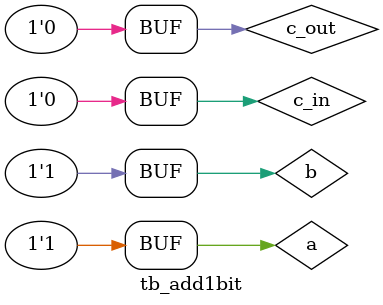
<source format=v>

`timescale 1ns/1ns
`include "add1bit.v"

module tb_add1bit;
   reg  a, b, c_in = 1'b0;
   wire sum, c_out;

   add1bit test_add1bit(a, b, c_in, sum, c_out);

   initial begin
      $dumpfile("tb_add1bit.vcd");
      $dumpvars(0, tb_add1bit);

      {a, b} = 2'b00;
      c_in = c_out; #10;
      {a, b} = 2'b01;
      c_in = c_out; #10;
      {a, b} = 2'b10;
      c_in = c_out; #10;
      {a, b} = 2'b11;
      c_in = c_out; #10;
   end // initial begin
endmodule // tb_add1bit

</source>
